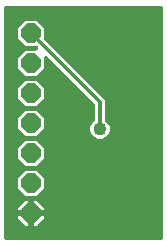
<source format=gbr>
G04 EAGLE Gerber RS-274X export*
G75*
%MOMM*%
%FSLAX34Y34*%
%LPD*%
%INBottom Copper*%
%IPPOS*%
%AMOC8*
5,1,8,0,0,1.08239X$1,22.5*%
G01*
%ADD10P,1.759533X8X22.500000*%
%ADD11C,1.016000*%
%ADD12C,0.304800*%
%ADD13C,1.108000*%

G36*
X135146Y2543D02*
X135146Y2543D01*
X135164Y2541D01*
X135346Y2562D01*
X135529Y2581D01*
X135546Y2586D01*
X135563Y2588D01*
X135738Y2645D01*
X135914Y2699D01*
X135929Y2707D01*
X135946Y2713D01*
X136106Y2803D01*
X136268Y2891D01*
X136281Y2902D01*
X136297Y2911D01*
X136436Y3031D01*
X136577Y3148D01*
X136588Y3162D01*
X136602Y3174D01*
X136714Y3319D01*
X136829Y3462D01*
X136837Y3478D01*
X136848Y3492D01*
X136930Y3657D01*
X137015Y3819D01*
X137020Y3836D01*
X137028Y3852D01*
X137075Y4031D01*
X137126Y4206D01*
X137128Y4224D01*
X137132Y4241D01*
X137159Y4572D01*
X137159Y198628D01*
X137157Y198646D01*
X137159Y198664D01*
X137138Y198846D01*
X137119Y199029D01*
X137114Y199046D01*
X137112Y199063D01*
X137055Y199238D01*
X137001Y199414D01*
X136993Y199429D01*
X136987Y199446D01*
X136897Y199606D01*
X136809Y199768D01*
X136798Y199781D01*
X136789Y199797D01*
X136669Y199936D01*
X136552Y200077D01*
X136538Y200088D01*
X136526Y200102D01*
X136381Y200214D01*
X136238Y200329D01*
X136222Y200337D01*
X136208Y200348D01*
X136043Y200430D01*
X135881Y200515D01*
X135864Y200520D01*
X135848Y200528D01*
X135669Y200575D01*
X135494Y200626D01*
X135476Y200628D01*
X135459Y200632D01*
X135128Y200659D01*
X4572Y200659D01*
X4554Y200657D01*
X4536Y200659D01*
X4354Y200638D01*
X4171Y200619D01*
X4154Y200614D01*
X4137Y200612D01*
X3962Y200555D01*
X3786Y200501D01*
X3771Y200493D01*
X3754Y200487D01*
X3594Y200397D01*
X3432Y200309D01*
X3419Y200298D01*
X3403Y200289D01*
X3264Y200169D01*
X3123Y200052D01*
X3112Y200038D01*
X3098Y200026D01*
X2986Y199881D01*
X2871Y199738D01*
X2863Y199722D01*
X2852Y199708D01*
X2770Y199543D01*
X2685Y199381D01*
X2680Y199364D01*
X2672Y199348D01*
X2625Y199169D01*
X2574Y198994D01*
X2572Y198976D01*
X2568Y198959D01*
X2541Y198628D01*
X2541Y4572D01*
X2543Y4554D01*
X2541Y4536D01*
X2562Y4354D01*
X2581Y4171D01*
X2586Y4154D01*
X2588Y4137D01*
X2645Y3962D01*
X2699Y3786D01*
X2707Y3771D01*
X2713Y3754D01*
X2803Y3594D01*
X2891Y3432D01*
X2902Y3419D01*
X2911Y3403D01*
X3031Y3264D01*
X3148Y3123D01*
X3162Y3112D01*
X3174Y3098D01*
X3319Y2986D01*
X3462Y2871D01*
X3478Y2863D01*
X3492Y2852D01*
X3657Y2770D01*
X3819Y2685D01*
X3836Y2680D01*
X3852Y2672D01*
X4031Y2625D01*
X4206Y2574D01*
X4224Y2572D01*
X4241Y2568D01*
X4572Y2541D01*
X135128Y2541D01*
X135146Y2543D01*
G37*
%LPC*%
G36*
X82213Y88439D02*
X82213Y88439D01*
X79243Y89669D01*
X76969Y91943D01*
X75739Y94913D01*
X75739Y98127D01*
X76969Y101097D01*
X79160Y103288D01*
X79177Y103309D01*
X79198Y103326D01*
X79305Y103464D01*
X79415Y103600D01*
X79428Y103623D01*
X79444Y103644D01*
X79522Y103801D01*
X79604Y103955D01*
X79612Y103981D01*
X79624Y104005D01*
X79669Y104174D01*
X79719Y104341D01*
X79721Y104368D01*
X79728Y104394D01*
X79755Y104725D01*
X79755Y116855D01*
X79753Y116882D01*
X79755Y116908D01*
X79733Y117082D01*
X79715Y117256D01*
X79708Y117281D01*
X79704Y117308D01*
X79649Y117473D01*
X79597Y117640D01*
X79584Y117664D01*
X79576Y117689D01*
X79489Y117841D01*
X79405Y117995D01*
X79388Y118015D01*
X79375Y118038D01*
X79160Y118291D01*
X39536Y157915D01*
X39529Y157921D01*
X39524Y157928D01*
X39374Y158048D01*
X39225Y158170D01*
X39217Y158175D01*
X39210Y158180D01*
X39039Y158269D01*
X38869Y158359D01*
X38861Y158362D01*
X38853Y158366D01*
X38667Y158419D01*
X38483Y158474D01*
X38474Y158475D01*
X38466Y158477D01*
X38274Y158493D01*
X38082Y158510D01*
X38073Y158509D01*
X38064Y158510D01*
X37875Y158488D01*
X37682Y158467D01*
X37673Y158464D01*
X37665Y158463D01*
X37483Y158404D01*
X37298Y158345D01*
X37290Y158341D01*
X37282Y158338D01*
X37113Y158243D01*
X36946Y158150D01*
X36939Y158145D01*
X36931Y158140D01*
X36785Y158014D01*
X36639Y157890D01*
X36633Y157883D01*
X36626Y157877D01*
X36509Y157726D01*
X36389Y157574D01*
X36385Y157566D01*
X36380Y157559D01*
X36294Y157387D01*
X36207Y157215D01*
X36204Y157207D01*
X36200Y157199D01*
X36150Y157012D01*
X36099Y156827D01*
X36098Y156818D01*
X36096Y156810D01*
X36069Y156479D01*
X36069Y147981D01*
X29819Y141731D01*
X20981Y141731D01*
X14731Y147981D01*
X14731Y156819D01*
X20981Y163069D01*
X29479Y163069D01*
X29612Y163082D01*
X29746Y163086D01*
X29812Y163102D01*
X29880Y163109D01*
X30008Y163148D01*
X30138Y163179D01*
X30200Y163207D01*
X30265Y163227D01*
X30382Y163291D01*
X30504Y163346D01*
X30559Y163386D01*
X30619Y163419D01*
X30721Y163504D01*
X30830Y163583D01*
X30876Y163633D01*
X30928Y163676D01*
X31012Y163781D01*
X31103Y163879D01*
X31138Y163937D01*
X31180Y163990D01*
X31242Y164109D01*
X31311Y164224D01*
X31335Y164287D01*
X31366Y164347D01*
X31403Y164476D01*
X31448Y164602D01*
X31458Y164669D01*
X31477Y164734D01*
X31488Y164868D01*
X31508Y165000D01*
X31504Y165068D01*
X31510Y165136D01*
X31494Y165269D01*
X31488Y165402D01*
X31471Y165468D01*
X31463Y165535D01*
X31422Y165663D01*
X31389Y165793D01*
X31359Y165854D01*
X31338Y165918D01*
X31272Y166035D01*
X31214Y166156D01*
X31174Y166210D01*
X31140Y166269D01*
X31053Y166370D01*
X30972Y166477D01*
X30921Y166522D01*
X30877Y166573D01*
X30771Y166656D01*
X30671Y166745D01*
X30604Y166785D01*
X30559Y166820D01*
X30489Y166855D01*
X30387Y166917D01*
X30291Y166954D01*
X30198Y167000D01*
X30103Y167025D01*
X30011Y167060D01*
X29909Y167077D01*
X29810Y167104D01*
X29691Y167114D01*
X29614Y167127D01*
X29557Y167125D01*
X29479Y167131D01*
X20981Y167131D01*
X14731Y173381D01*
X14731Y182219D01*
X20981Y188469D01*
X29819Y188469D01*
X36069Y182219D01*
X36069Y173721D01*
X36071Y173694D01*
X36069Y173668D01*
X36091Y173494D01*
X36109Y173320D01*
X36116Y173295D01*
X36120Y173268D01*
X36175Y173103D01*
X36227Y172936D01*
X36240Y172912D01*
X36248Y172887D01*
X36335Y172735D01*
X36419Y172581D01*
X36436Y172561D01*
X36449Y172538D01*
X36664Y172285D01*
X87266Y121682D01*
X87885Y120189D01*
X87885Y104725D01*
X87887Y104698D01*
X87885Y104671D01*
X87907Y104497D01*
X87925Y104324D01*
X87932Y104298D01*
X87936Y104272D01*
X87991Y104106D01*
X88043Y103939D01*
X88056Y103915D01*
X88064Y103890D01*
X88151Y103738D01*
X88235Y103585D01*
X88252Y103564D01*
X88265Y103541D01*
X88480Y103288D01*
X90671Y101097D01*
X91901Y98127D01*
X91901Y94913D01*
X90671Y91943D01*
X88397Y89669D01*
X85427Y88439D01*
X82213Y88439D01*
G37*
%LPD*%
%LPC*%
G36*
X20981Y116331D02*
X20981Y116331D01*
X14731Y122581D01*
X14731Y131419D01*
X20981Y137669D01*
X29819Y137669D01*
X36069Y131419D01*
X36069Y122581D01*
X29819Y116331D01*
X20981Y116331D01*
G37*
%LPD*%
%LPC*%
G36*
X20981Y90931D02*
X20981Y90931D01*
X14731Y97181D01*
X14731Y106019D01*
X20981Y112269D01*
X29819Y112269D01*
X36069Y106019D01*
X36069Y97181D01*
X29819Y90931D01*
X20981Y90931D01*
G37*
%LPD*%
%LPC*%
G36*
X20981Y65531D02*
X20981Y65531D01*
X14731Y71781D01*
X14731Y80619D01*
X20981Y86869D01*
X29819Y86869D01*
X36069Y80619D01*
X36069Y71781D01*
X29819Y65531D01*
X20981Y65531D01*
G37*
%LPD*%
%LPC*%
G36*
X20981Y40131D02*
X20981Y40131D01*
X14731Y46381D01*
X14731Y55219D01*
X20981Y61469D01*
X29819Y61469D01*
X36069Y55219D01*
X36069Y46381D01*
X29819Y40131D01*
X20981Y40131D01*
G37*
%LPD*%
%LPC*%
G36*
X27939Y27939D02*
X27939Y27939D01*
X27939Y36069D01*
X29819Y36069D01*
X36069Y29819D01*
X36069Y27939D01*
X27939Y27939D01*
G37*
%LPD*%
%LPC*%
G36*
X14731Y27939D02*
X14731Y27939D01*
X14731Y29819D01*
X20981Y36069D01*
X22861Y36069D01*
X22861Y27939D01*
X14731Y27939D01*
G37*
%LPD*%
%LPC*%
G36*
X27939Y14731D02*
X27939Y14731D01*
X27939Y22861D01*
X36069Y22861D01*
X36069Y20981D01*
X29819Y14731D01*
X27939Y14731D01*
G37*
%LPD*%
%LPC*%
G36*
X20981Y14731D02*
X20981Y14731D01*
X14731Y20981D01*
X14731Y22861D01*
X22861Y22861D01*
X22861Y14731D01*
X20981Y14731D01*
G37*
%LPD*%
D10*
X25400Y177800D03*
X25400Y152400D03*
X25400Y127000D03*
X25400Y101600D03*
X25400Y76200D03*
X25400Y50800D03*
X25400Y25400D03*
D11*
X43180Y139700D03*
D12*
X83820Y119380D02*
X83820Y96520D01*
X83820Y119380D02*
X25400Y177800D01*
D13*
X83820Y96520D03*
M02*

</source>
